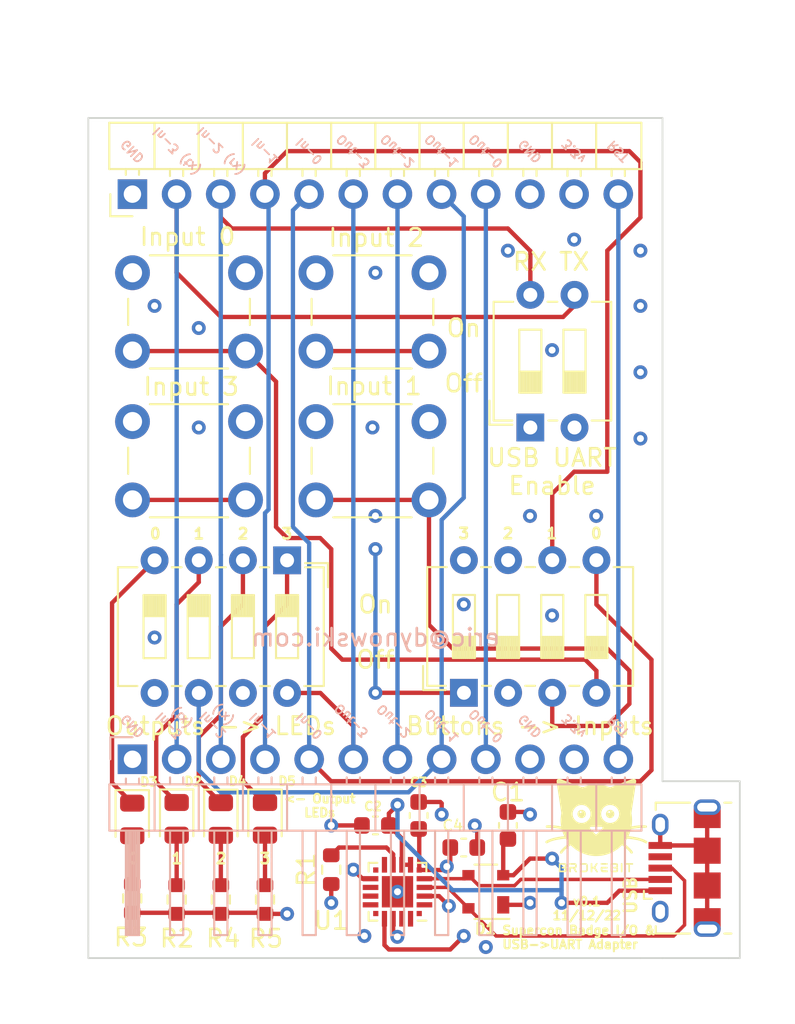
<source format=kicad_pcb>
(kicad_pcb (version 20211014) (generator pcbnew)
  (layers (0 "F.Cu" signal "F-Signal.Cu") (1 "In1.Cu" signal "In1-GND.Cu") (2 "In2.Cu" signal "In2-Signal.Cu") (3 "In3.Cu" signal "In3-PWR.Cu") (4 "In4.Cu" signal "In4-GND.Cu") (31 "B.Cu" signal "B-Signal.Cu") (34 "B.Paste" user) (35 "F.Paste" user) (36 "B.SilkS" user "B.Silkscreen") (37 "F.SilkS" user "F.Silkscreen") (38 "B.Mask" user) (39 "F.Mask" user) (44 "Edge.Cuts" user))
  (net 0 "")
  (net 1 "VBUS")
  (net 2 "GND")
  (net 3 "+3.3V")
  (net 4 "/D+")
  (net 5 "Net-(D2-Pad2)")
  (net 6 "Net-(D4-Pad2)")
  (net 7 "Net-(D5-Pad2)")
  (net 8 "/TXD")
  (net 9 "/RXD")
  (net 10 "/In-2 {slash} RX")
  (net 11 "/In-3 {slash} TX")
  (net 12 "/Out-0")
  (net 13 "/Out-1")
  (net 14 "/Out-2")
  (net 15 "/Out-3")
  (net 16 "/In-0")
  (net 17 "/In-1")
  (net 18 "Net-(D2-Pad1)")
  (net 19 "/Reset")
  (net 20 "Net-(R1-Pad2)")
  (net 31 "/D-")
  (net 32 "Net-(D3-Pad1)")
  (net 33 "Net-(D3-Pad2)")
  (net 34 "Net-(D4-Pad1)")
  (net 35 "Net-(D5-Pad1)")
  (net 36 "Net-(SW2-Pad2)")
  (net 37 "Net-(SW3-Pad2)")
  (net 38 "Net-(SW4-Pad2)")
  (net 39 "Net-(SW6-Pad2)")
  (footprint "Button_Switch_THT:SW_PUSH_6mm" (layer "F.Cu") (at 74.05 55.88)
    (fp_text reference "SW2" hide)
    (fp_text value "SW_Push")
    (pad "1" thru_hole circle (at 0 0 90) (size 2 2) (drill 1.1) (layers *.Cu *.Mask) (net 3 "+3.3V"))
    (pad "1" thru_hole circle (at 6.5 0 90) (size 2 2) (drill 1.1) (layers *.Cu *.Mask) (net 3 "+3.3V"))
    (pad "2" thru_hole circle (at 6.5 4.5 90) (size 2 2) (drill 1.1) (layers *.Cu *.Mask) (net 36 "Net-(SW2-Pad2)"))
    (pad "2" thru_hole circle (at 0 4.5 90) (size 2 2) (drill 1.1) (layers *.Cu *.Mask) (net 36 "Net-(SW2-Pad2)"))
  )
  (footprint "Capacitor_SMD:C_0603_1608Metric" (layer "F.Cu") (at 79.955557 87.057003 90)
    (fp_text reference "C3" (at 1.905 0 180) (layer "F.SilkS") (effects (font (size 0.5 0.5) (thickness 0.125))))
    (fp_text value "C")
    (pad "1" smd roundrect (at -0.775 0 90) (size 0.9 0.95) (layers "F.Cu" "F.Paste" "F.Mask") (net 3 "+3.3V"))
    (pad "2" smd roundrect (at 0.775 0 90) (size 0.9 0.95) (layers "F.Cu" "F.Paste" "F.Mask") (net 2 "GND"))
  )
  (footprint "LED_SMD:LED_0805_2012Metric" (layer "F.Cu") (at 66.04 87.25 -90)
    (fp_text reference "D2" (at -2.145604 -0.945596 180) (layer "F.SilkS") (effects (font (size 0.5 0.5) (thickness 0.125))))
    (fp_text value "LED")
    (pad "1" smd roundrect (at -0.9375 0 270) (size 0.975 1.4) (layers "F.Cu" "F.Paste" "F.Mask") (net 18 "Net-(D2-Pad1)"))
    (pad "2" smd roundrect (at 0.9375 0 270) (size 0.975 1.4) (layers "F.Cu" "F.Paste" "F.Mask") (net 5 "Net-(D2-Pad2)"))
  )
  (footprint "Resistor_SMD:R_0603_1608Metric" (layer "F.Cu") (at 63.485603 91.821873 90)
    (fp_text reference "R3" (at -2.23278 -0.074407 180) (layer "F.SilkS"))
    (fp_text value "R_US")
    (pad "1" smd roundrect (at -0.825 0 90) (size 0.8 0.95) (layers "F.Cu" "F.Paste" "F.Mask") (net 2 "GND"))
    (pad "2" smd roundrect (at 0.825 0 90) (size 0.8 0.95) (layers "F.Cu" "F.Paste" "F.Mask") (net 33 "Net-(D3-Pad2)"))
  )
  (footprint "LOGO" (layer "F.Cu") (at 90.17 87.63)
    (fp_text reference "G***" hide)
    (fp_text value "LOGO" hide)
  )
  (footprint "Package_TO_SOT_SMD:SOT-143" (layer "F.Cu") (at 83.82 91.44 180)
    (fp_text reference "D1" (at 0.023227 -2.133413) (layer "F.SilkS") (effects (font (size 0.6 0.6))))
    (fp_text value "SP0503BAHT")
    (pad "1" smd rect (at -1 -0.75 180) (size 0.7 1) (layers "F.Cu" "F.Paste" "F.Mask") (net 2 "GND"))
    (pad "2" smd rect (at -1 0.95 180) (size 0.7 0.6) (layers "F.Cu" "F.Paste" "F.Mask") (net 1 "VBUS"))
    (pad "3" smd rect (at 1 0.95 180) (size 0.7 0.6) (layers "F.Cu" "F.Paste" "F.Mask") (net 31 "/D-"))
    (pad "4" smd rect (at 1 -0.95 180) (size 0.7 0.6) (layers "F.Cu" "F.Paste" "F.Mask") (net 4 "/D+"))
  )
  (footprint "Button_Switch_THT:SW_DIP_SPSTx04_Slide_6.7x11.72mm_W7.62mm_P2.54mm_LowProfile" (layer "F.Cu") (at 82.56 80.01 90)
    (fp_text reference "SW7" hide)
    (fp_text value "SW_DIP_x04")
    (pad "1" thru_hole rect (at 0 0 90) (size 1.6 1.6) (drill 0.8) (layers *.Cu *.Mask) (net 38 "Net-(SW4-Pad2)"))
    (pad "2" thru_hole oval (at 0 2.54 90) (size 1.6 1.6) (drill 0.8) (layers *.Cu *.Mask) (net 36 "Net-(SW2-Pad2)"))
    (pad "3" thru_hole oval (at 0 5.08 90) (size 1.6 1.6) (drill 0.8) (layers *.Cu *.Mask) (net 39 "Net-(SW6-Pad2)"))
    (pad "4" thru_hole oval (at 0 7.62 90) (size 1.6 1.6) (drill 0.8) (layers *.Cu *.Mask) (net 37 "Net-(SW3-Pad2)"))
    (pad "5" thru_hole oval (at 7.62 7.62 90) (size 1.6 1.6) (drill 0.8) (layers *.Cu *.Mask) (net 16 "/In-0"))
    (pad "6" thru_hole oval (at 7.62 5.08 90) (size 1.6 1.6) (drill 0.8) (layers *.Cu *.Mask) (net 17 "/In-1"))
    (pad "7" thru_hole oval (at 7.62 2.54 90) (size 1.6 1.6) (drill 0.8) (layers *.Cu *.Mask) (net 10 "/In-2 {slash} RX"))
    (pad "8" thru_hole oval (at 7.62 0 90) (size 1.6 1.6) (drill 0.8) (layers *.Cu *.Mask) (net 11 "/In-3 {slash} TX"))
  )
  (footprint "Connector_USB:USB_Micro-B_Amphenol_10118194_Horizontal" (layer "F.Cu") (at 95.25 90.081298 90)
    (fp_text reference "J1" hide)
    (fp_text value "USB_B_Micro")
    (pad "1" smd rect (at -1.3 -1.4 90) (size 0.4 1.35) (layers "F.Cu" "F.Paste" "F.Mask") (net 1 "VBUS"))
    (pad "2" smd rect (at -0.65 -1.4 90) (size 0.4 1.35) (layers "F.Cu" "F.Paste" "F.Mask") (net 31 "/D-"))
    (pad "3" smd rect (at 0 -1.4 90) (size 0.4 1.35) (layers "F.Cu" "F.Paste" "F.Mask") (net 4 "/D+"))
    (pad "4" smd rect (at 0.65 -1.4 90) (size 0.4 1.35) (layers "F.Cu" "F.Paste" "F.Mask"))
    (pad "5" smd rect (at 1.3 -1.4 90) (size 0.4 1.35) (layers "F.Cu" "F.Paste" "F.Mask") (net 2 "GND"))
    (pad "6" smd rect (at 2.9 1.3 90) (size 1.2 1.55) (layers "F.Cu" "F.Paste" "F.Mask") (net 2 "GND"))
    (pad "6" thru_hole oval (at 3.5 1.3 90) (size 0.89 1.55) (drill oval 0.5 1.15) (layers *.Cu *.Mask) (net 2 "GND"))
    (pad "6" thru_hole oval (at -2.5 -1.4 90) (size 1.25 0.95) (drill oval 0.85 0.55) (layers *.Cu *.Mask) (net 2 "GND"))
    (pad "6" smd rect (at 1 1.3 90) (size 1.5 1.55) (layers "F.Cu" "F.Paste" "F.Mask") (net 2 "GND"))
    (pad "6" smd rect (at -2.9 1.3 90) (size 1.2 1.55) (layers "F.Cu" "F.Paste" "F.Mask") (net 2 "GND"))
    (pad "6" thru_hole oval (at 2.5 -1.4 90) (size 1.25 0.95) (drill oval 0.85 0.55) (layers *.Cu *.Mask) (net 2 "GND"))
    (pad "6" smd rect (at -1 1.3 90) (size 1.5 1.55) (layers "F.Cu" "F.Paste" "F.Mask") (net 2 "GND"))
    (pad "6" thru_hole oval (at -3.5 1.3 90) (size 0.89 1.55) (drill oval 0.5 1.15) (layers *.Cu *.Mask) (net 2 "GND"))
  )
  (footprint "Button_Switch_THT:SW_DIP_SPSTx02_Slide_6.7x6.64mm_W7.62mm_P2.54mm_LowProfile" (layer "F.Cu") (at 86.38 64.77 90)
    (fp_text reference "SW1" hide)
    (fp_text value "SW_DIP_x02")
    (pad "1" thru_hole rect (at 0 0 90) (size 1.6 1.6) (drill 0.8) (layers *.Cu *.Mask) (net 8 "/TXD"))
    (pad "2" thru_hole oval (at 0 2.54 90) (size 1.6 1.6) (drill 0.8) (layers *.Cu *.Mask) (net 9 "/RXD"))
    (pad "3" thru_hole oval (at 7.62 2.54 90) (size 1.6 1.6) (drill 0.8) (layers *.Cu *.Mask) (net 11 "/In-3 {slash} TX"))
    (pad "4" thru_hole oval (at 7.62 0 90) (size 1.6 1.6) (drill 0.8) (layers *.Cu *.Mask) (net 10 "/In-2 {slash} RX"))
  )
  (footprint "Resistor_SMD:R_0603_1608Metric" (layer "F.Cu") (at 71.12 91.885 90)
    (fp_text reference "R5" (at -2.243322 0.053322 180) (layer "F.SilkS"))
    (fp_text value "R_US")
    (pad "1" smd roundrect (at -0.825 0 90) (size 0.8 0.95) (layers "F.Cu" "F.Paste" "F.Mask") (net 2 "GND"))
    (pad "2" smd roundrect (at 0.825 0 90) (size 0.8 0.95) (layers "F.Cu" "F.Paste" "F.Mask") (net 7 "Net-(D5-Pad2)"))
  )
  (footprint "Resistor_SMD:R_0603_1608Metric" (layer "F.Cu") (at 68.58 91.885 90)
    (fp_text reference "R4" (at -2.23278 0.137045 180) (layer "F.SilkS"))
    (fp_text value "R_US")
    (pad "1" smd roundrect (at -0.825 0 90) (size 0.8 0.95) (layers "F.Cu" "F.Paste" "F.Mask") (net 2 "GND"))
    (pad "2" smd roundrect (at 0.825 0 90) (size 0.8 0.95) (layers "F.Cu" "F.Paste" "F.Mask") (net 6 "Net-(D4-Pad2)"))
  )
  (footprint "Capacitor_SMD:C_0603_1608Metric" (layer "F.Cu") (at 85.09 87.63 90)
    (fp_text reference "C1" (at 1.905 0) (layer "F.SilkS"))
    (fp_text value "C")
    (pad "1" smd roundrect (at -0.775 0 90) (size 0.9 0.95) (layers "F.Cu" "F.Paste" "F.Mask") (net 1 "VBUS"))
    (pad "2" smd roundrect (at 0.775 0 90) (size 0.9 0.95) (layers "F.Cu" "F.Paste" "F.Mask") (net 2 "GND"))
  )
  (footprint "Capacitor_SMD:C_0603_1608Metric" (layer "F.Cu") (at 82.55 88.9)
    (fp_text reference "C4" (at -0.635 -1.27 180) (layer "F.SilkS") (effects (font (size 0.6 0.6) (thickness 0.1))))
    (fp_text value "C")
    (pad "1" smd roundrect (at -0.775 0) (size 0.9 0.95) (layers "F.Cu" "F.Paste" "F.Mask") (net 3 "+3.3V"))
    (pad "2" smd roundrect (at 0.775 0) (size 0.9 0.95) (layers "F.Cu" "F.Paste" "F.Mask") (net 2 "GND"))
  )
  (footprint "Button_Switch_THT:SW_PUSH_6mm" (layer "F.Cu") (at 63.5 64.43)
    (fp_text reference "SW4" hide)
    (fp_text value "SW_Push")
    (pad "1" thru_hole circle (at 6.5 0 90) (size 2 2) (drill 1.1) (layers *.Cu *.Mask) (net 3 "+3.3V"))
    (pad "1" thru_hole circle (at 0 0 90) (size 2 2) (drill 1.1) (layers *.Cu *.Mask) (net 3 "+3.3V"))
    (pad "2" thru_hole circle (at 0 4.5 90) (size 2 2) (drill 1.1) (layers *.Cu *.Mask) (net 38 "Net-(SW4-Pad2)"))
    (pad "2" thru_hole circle (at 6.5 4.5 90) (size 2 2) (drill 1.1) (layers *.Cu *.Mask) (net 38 "Net-(SW4-Pad2)"))
  )
  (footprint "Button_Switch_THT:SW_PUSH_6mm" (layer "F.Cu") (at 63.5 55.88)
    (fp_text reference "SW3" hide)
    (fp_text value "SW_Push")
    (pad "1" thru_hole circle (at 6.5 0 90) (size 2 2) (drill 1.1) (layers *.Cu *.Mask) (net 3 "+3.3V"))
    (pad "1" thru_hole circle (at 0 0 90) (size 2 2) (drill 1.1) (layers *.Cu *.Mask) (net 3 "+3.3V"))
    (pad "2" thru_hole circle (at 0 4.5 90) (size 2 2) (drill 1.1) (layers *.Cu *.Mask) (net 37 "Net-(SW3-Pad2)"))
    (pad "2" thru_hole circle (at 6.5 4.5 90) (size 2 2) (drill 1.1) (layers *.Cu *.Mask) (net 37 "Net-(SW3-Pad2)"))
  )
  (footprint "LED_SMD:LED_0805_2012Metric" (layer "F.Cu") (at 71.12 87.25 -90)
    (fp_text reference "D5" (at -2.16 -1.27 180) (layer "F.SilkS") (effects (font (size 0.5 0.5) (thickness 0.125))))
    (fp_text value "LED")
    (pad "1" smd roundrect (at -0.9375 0 270) (size 0.975 1.4) (layers "F.Cu" "F.Paste" "F.Mask") (net 35 "Net-(D5-Pad1)"))
    (pad "2" smd roundrect (at 0.9375 0 270) (size 0.975 1.4) (layers "F.Cu" "F.Paste" "F.Mask") (net 7 "Net-(D5-Pad2)"))
  )
  (footprint "Package_DFN_QFN:SiliconLabs_QFN-20-1EP_3x3mm_P0.5mm_EP1.8x1.8mm" (layer "F.Cu") (at 78.74 91.44 180)
    (fp_text reference "U1" (at 3.81 -1.66) (layer "F.SilkS"))
    (fp_text value "CP2102N-Axx-xQFN20")
    (pad "1" smd rect (at -1.25 -1.25 180) (size 0.3 0.3) (layers "F.Cu" "F.Paste" "F.Mask"))
    (pad "2" smd rect (at -1.55 -0.75 180) (size 0.9 0.3) (layers "F.Cu" "F.Paste" "F.Mask"))
    (pad "3" smd rect (at -1.55 -0.25 180) (size 0.9 0.3) (layers "F.Cu" "F.Paste" "F.Mask") (net 2 "GND"))
    (pad "4" smd rect (at -1.55 0.25 180) (size 0.9 0.3) (layers "F.Cu" "F.Paste" "F.Mask") (net 4 "/D+"))
    (pad "5" smd rect (at -1.55 0.75 180) (size 0.9 0.3) (layers "F.Cu" "F.Paste" "F.Mask") (net 31 "/D-"))
    (pad "6" smd rect (at -1.25 1.25 180) (size 0.3 0.3) (layers "F.Cu" "F.Paste" "F.Mask") (net 3 "+3.3V"))
    (pad "7" smd rect (at -0.75 1.55 270) (size 0.9 0.3) (layers "F.Cu" "F.Paste" "F.Mask") (net 1 "VBUS"))
    (pad "8" smd rect (at -0.25 1.55 270) (size 0.9 0.3) (layers "F.Cu" "F.Paste" "F.Mask") (net 1 "VBUS"))
    (pad "9" smd rect (at 0.25 1.55 270) (size 0.9 0.3) (layers "F.Cu" "F.Paste" "F.Mask") (net 20 "Net-(R1-Pad2)"))
    (pad "10" smd rect (at 0.75 1.55 270) (size 0.9 0.3) (layers "F.Cu" "F.Paste" "F.Mask"))
    (pad "11" smd rect (at 1.25 1.25 180) (size 0.3 0.3) (layers "F.Cu" "F.Paste" "F.Mask"))
    (pad "12" smd rect (at 1.55 0.75 180) (size 0.9 0.3) (layers "F.Cu" "F.Paste" "F.Mask") (net 2 "GND"))
    (pad "13" smd rect (at 1.55 0.25 180) (size 0.9 0.3) (layers "F.Cu" "F.Paste" "F.Mask"))
    (pad "14" smd rect (at 1.55 -0.25 180) (size 0.9 0.3) (layers "F.Cu" "F.Paste" "F.Mask"))
    (pad "15" smd rect (at 1.55 -0.75 180) (size 0.9 0.3) (layers "F.Cu" "F.Paste" "F.Mask"))
    (pad "16" smd rect (at 1.25 -1.25 180) (size 0.3 0.3) (layers "F.Cu" "F.Paste" "F.Mask"))
    (pad "17" smd rect (at 0.75 -1.55 270) (size 0.9 0.3) (layers "F.Cu" "F.Paste" "F.Mask") (net 9 "/RXD"))
    (pad "18" smd rect (at 0.25 -1.55 270) (size 0.9 0.3) (layers "F.Cu" "F.Paste" "F.Mask") (net 8 "/TXD"))
    (pad "19" smd rect (at -0.25 -1.55 270) (size 0.9 0.3) (layers "F.Cu" "F.Paste" "F.Mask"))
    (pad "20" smd rect (at -0.75 -1.55 270) (size 0.9 0.3) (layers "F.Cu" "F.Paste" "F.Mask"))
    (pad "21" smd rect (at 0 0 180) (size 1.8 1.8) (layers "F.Cu" "F.Mask") (net 2 "GND"))
  )
  (footprint "Resistor_SMD:R_0603_1608Metric" (layer "F.Cu") (at 66.04 91.885 90)
    (fp_text reference "R2" (at -2.23278 0.019859 180) (layer "F.SilkS"))
    (fp_text value "R_US")
    (pad "1" smd roundrect (at -0.825 0 90) (size 0.8 0.95) (layers "F.Cu" "F.Paste" "F.Mask") (net 2 "GND"))
    (pad "2" smd roundrect (at 0.825 0 90) (size 0.8 0.95) (layers "F.Cu" "F.Paste" "F.Mask") (net 5 "Net-(D2-Pad2)"))
  )
  (footprint "LED_SMD:LED_0805_2012Metric" (layer "F.Cu") (at 68.58 87.260268 -90)
    (fp_text reference "D4" (at -2.170268 -0.96 180) (layer "F.SilkS") (effects (font (size 0.5 0.5) (thickness 0.125))))
    (fp_text value "LED")
    (pad "1" smd roundrect (at -0.9375 0 270) (size 0.975 1.4) (layers "F.Cu" "F.Paste" "F.Mask") (net 34 "Net-(D4-Pad1)"))
    (pad "2" smd roundrect (at 0.9375 0 270) (size 0.975 1.4) (layers "F.Cu" "F.Paste" "F.Mask") (net 6 "Net-(D4-Pad2)"))
  )
  (footprint "Resistor_SMD:R_0603_1608Metric" (layer "F.Cu") (at 74.93 90.17 90)
    (fp_text reference "R1" (at 0 -1.43 90) (layer "F.SilkS"))
    (fp_text value "R_US")
    (pad "1" smd roundrect (at -0.825 0 90) (size 0.8 0.95) (layers "F.Cu" "F.Paste" "F.Mask") (net 3 "+3.3V"))
    (pad "2" smd roundrect (at 0.825 0 90) (size 0.8 0.95) (layers "F.Cu" "F.Paste" "F.Mask") (net 20 "Net-(R1-Pad2)"))
  )
  (footprint "Capacitor_SMD:C_0603_1608Metric" (layer "F.Cu") (at 77.47 87.63 180)
    (fp_text reference "C2" (at 0.14058 1.092099) (layer "F.SilkS") (effects (font (size 0.5 0.5) (thickness 0.125))))
    (fp_text value "C")
    (pad "1" smd roundrect (at -0.775 0 180) (size 0.9 0.95) (layers "F.Cu" "F.Paste" "F.Mask") (net 1 "VBUS"))
    (pad "2" smd roundrect (at 0.775 0 180) (size 0.9 0.95) (layers "F.Cu" "F.Paste" "F.Mask") (net 2 "GND"))
  )
  (footprint "Button_Switch_THT:SW_PUSH_6mm" (layer "F.Cu") (at 74.05 64.43)
    (fp_text reference "SW6" hide)
    (fp_text value "SW_Push")
    (pad "1" thru_hole circle (at 0 0 90) (size 2 2) (drill 1.1) (layers *.Cu *.Mask) (net 3 "+3.3V"))
    (pad "1" thru_hole circle (at 6.5 0 90) (size 2 2) (drill 1.1) (layers *.Cu *.Mask) (net 3 "+3.3V"))
    (pad "2" thru_hole circle (at 6.5 4.5 90) (size 2 2) (drill 1.1) (layers *.Cu *.Mask) (net 39 "Net-(SW6-Pad2)"))
    (pad "2" thru_hole circle (at 0 4.5 90) (size 2 2) (drill 1.1) (layers *.Cu *.Mask) (net 39 "Net-(SW6-Pad2)"))
  )
  (footprint "Button_Switch_THT:SW_DIP_SPSTx04_Slide_6.7x11.72mm_W7.62mm_P2.54mm_LowProfile" (layer "F.Cu") (at 72.39 72.4 -90)
    (fp_text reference "SW5" hide)
    (fp_text value "SW_DIP_x04")
    (pad "1" thru_hole rect (at 0 0 270) (size 1.6 1.6) (drill 0.8) (layers *.Cu *.Mask) (net 35 "Net-(D5-Pad1)"))
    (pad "2" thru_hole oval (at 0 2.54 270) (size 1.6 1.6) (drill 0.8) (layers *.Cu *.Mask) (net 34 "Net-(D4-Pad1)"))
    (pad "3" thru_hole oval (at 0 5.08 270) (size 1.6 1.6) (drill 0.8) (layers *.Cu *.Mask) (net 18 "Net-(D2-Pad1)"))
    (pad "4" thru_hole oval (at 0 7.62 270) (size 1.6 1.6) (drill 0.8) (layers *.Cu *.Mask) (net 32 "Net-(D3-Pad1)"))
    (pad "5" thru_hole oval (at 7.62 7.62 270) (size 1.6 1.6) (drill 0.8) (layers *.Cu *.Mask) (net 12 "/Out-0"))
    (pad "6" thru_hole oval (at 7.62 5.08 270) (size 1.6 1.6) (drill 0.8) (layers *.Cu *.Mask) (net 13 "/Out-1"))
    (pad "7" thru_hole oval (at 7.62 2.54 270) (size 1.6 1.6) (drill 0.8) (layers *.Cu *.Mask) (net 14 "/Out-2"))
    (pad "8" thru_hole oval (at 7.62 0 270) (size 1.6 1.6) (drill 0.8) (layers *.Cu *.Mask) (net 15 "/Out-3"))
  )
  (footprint "Connector_PinHeader_2.54mm:PinHeader_1x12_P2.54mm_Horizontal" (layer "F.Cu") (at 63.495 51.365 90)
    (fp_text reference "J4" hide)
    (fp_text value "Conn_01x12_Male")
    (pad "1" thru_hole rect (at 0 0 90) (size 1.7 1.7) (drill 1) (layers *.Cu *.Mask) (net 2 "GND"))
    (pad "2" thru_hole oval (at 0 2.54 90) (size 1.7 1.7) (drill 1) (layers *.Cu *.Mask) (net 11 "/In-3 {slash} TX"))
    (pad "3" thru_hole oval (at 0 5.08 90) (size 1.7 1.7) (drill 1) (layers *.Cu *.Mask) (net 10 "/In-2 {slash} RX"))
    (pad "4" thru_hole oval (at 0 7.62 90) (size 1.7 1.7) (drill 1) (layers *.Cu *.Mask) (net 17 "/In-1"))
    (pad "5" thru_hole oval (at 0 10.16 90) (size 1.7 1.7) (drill 1) (layers *.Cu *.Mask) (net 16 "/In-0"))
    (pad "6" thru_hole oval (at 0 12.7 90) (size 1.7 1.7) (drill 1) (layers *.Cu *.Mask) (net 15 "/Out-3"))
    (pad "7" thru_hole oval (at 0 15.24 90) (size 1.7 1.7) (drill 1) (layers *.Cu *.Mask) (net 14 "/Out-2"))
    (pad "8" thru_hole oval (at 0 17.78 90) (size 1.7 1.7) (drill 1) (layers *.Cu *.Mask) (net 13 "/Out-1"))
    (pad "9" thru_hole oval (at 0 20.32 90) (size 1.7 1.7) (drill 1) (layers *.Cu *.Mask) (net 12 "/Out-0"))
    (pad "10" thru_hole oval (at 0 22.86 90) (size 1.7 1.7) (drill 1) (layers *.Cu *.Mask) (net 2 "GND"))
    (pad "11" thru_hole oval (at 0 25.4 90) (size 1.7 1.7) (drill 1) (layers *.Cu *.Mask) (net 3 "+3.3V"))
    (pad "12" thru_hole oval (at 0 27.94 90) (size 1.7 1.7) (drill 1) (layers *.Cu *.Mask) (net 19 "/Reset"))
  )
  (footprint "LED_SMD:LED_0805_2012Metric" (layer "F.Cu") (at 63.485603 87.286007 -90)
    (fp_text reference "D3" (at -2.16 -0.96 180) (layer "F.SilkS") (effects (font (size 0.5 0.5) (thickness 0.125))))
    (fp_text value "LED")
    (pad "1" smd roundrect (at -0.9375 0 270) (size 0.975 1.4) (layers "F.Cu" "F.Paste" "F.Mask") (net 32 "Net-(D3-Pad1)"))
    (pad "2" smd roundrect (at 0.9375 0 270) (size 0.975 1.4) (layers "F.Cu" "F.Paste" "F.Mask") (net 33 "Net-(D3-Pad2)"))
  )
  (footprint "Connector_PinHeader_2.54mm:PinHeader_1x12_P2.54mm_Horizontal" (layer "B.Cu") (at 63.5 83.83 -90)
    (fp_text reference "J5" hide)
    (fp_text value "Conn_01x12_Female")
    (pad "1" thru_hole rect (at 0 0 270) (size 1.7 1.7) (drill 1) (layers *.Cu *.Mask) (net 2 "GND"))
    (pad "2" thru_hole oval (at 0 -2.54 270) (size 1.7 1.7) (drill 1) (layers *.Cu *.Mask) (net 11 "/In-3 {slash} TX"))
    (pad "3" thru_hole oval (at 0 -5.08 270) (size 1.7 1.7) (drill 1) (layers *.Cu *.Mask) (net 10 "/In-2 {slash} RX"))
    (pad "4" thru_hole oval (at 0 -7.62 270) (size 1.7 1.7) (drill 1) (layers *.Cu *.Mask) (net 17 "/In-1"))
    (pad "5" thru_hole oval (at 0 -10.16 270) (size 1.7 1.7) (drill 1) (layers *.Cu *.Mask) (net 16 "/In-0"))
    (pad "6" thru_hole oval (at 0 -12.7 270) (size 1.7 1.7) (drill 1) (layers *.Cu *.Mask) (net 15 "/Out-3"))
    (pad "7" thru_hole oval (at 0 -15.24 270) (size 1.7 1.7) (drill 1) (layers *.Cu *.Mask) (net 14 "/Out-2"))
    (pad "8" thru_hole oval (at 0 -17.78 270) (size 1.7 1.7) (drill 1) (layers *.Cu *.Mask) (net 13 "/Out-1"))
    (pad "9" thru_hole oval (at 0 -20.32 270) (size 1.7 1.7) (drill 1) (layers *.Cu *.Mask) (net 12 "/Out-0"))
    (pad "10" thru_hole oval (at 0 -22.86 270) (size 1.7 1.7) (drill 1) (layers *.Cu *.Mask) (net 2 "GND"))
    (pad "11" thru_hole oval (at 0 -25.4 270) (size 1.7 1.7) (drill 1) (layers *.Cu *.Mask) (net 3 "+3.3V"))
    (pad "12" thru_hole oval (at 0 -27.94 270) (size 1.7 1.7) (drill 1) (layers *.Cu *.Mask) (net 19 "/Reset"))
  )
  (gr_line (start 92.71 95.25) (end 93.98 95.25) (layer "Edge.Cuts") (width 0.1))
  (gr_line (start 97.79 95.25) (end 98.425 95.25) (layer "Edge.Cuts") (width 0.1))
  (gr_line (start 98.425 95.25) (end 98.425 85.09) (layer "Edge.Cuts") (width 0.1))
  (gr_line (start 93.98 85.09) (end 93.98 48.26) (layer "Edge.Cuts") (width 0.1))
  (gr_line (start 60.96 95.25) (end 60.96 93.98) (layer "Edge.Cuts") (width 0.1))
  (gr_line (start 93.98 48.26) (end 93.98 46.99) (layer "Edge.Cuts") (width 0.1))
  (gr_line (start 60.96 46.99) (end 60.96 93.98) (layer "Edge.Cuts") (width 0.1))
  (gr_line (start 98.425 85.09) (end 93.98 85.09) (layer "Edge.Cuts") (width 0.1))
  (gr_line (start 93.98 46.99) (end 60.96 46.99) (layer "Edge.Cuts") (width 0.1))
  (gr_line (start 93.98 95.25) (end 97.79 95.25) (layer "Edge.Cuts") (width 0.1))
  (gr_line (start 60.96 95.25) (end 92.71 95.25) (layer "Edge.Cuts") (width 0.1))
  (gr_text "3.3v" (at 88.9 81.915 135) (layer "B.SilkS") (effects (font (size 0.5 0.5) (thickness 0.1)) (justify mirror)))
  (gr_text "In-3 \n(tx)" (at 66.020317 81.742533 135) (layer "B.SilkS") (effects (font (size 0.5 0.5) (thickness 0.1)) (justify mirror)))
  (gr_text "RST\n" (at 91.44 81.915 135) (layer "B.SilkS") (effects (font (size 0.5 0.5) (thickness 0.1)) (justify mirror)))
  (gr_text "GND" (at 86.36 81.915 135) (layer "B.SilkS") (effects (font (size 0.5 0.5) (thickness 0.1)) (justify mirror)))
  (gr_text "GND" (at 63.5 48.895 135) (layer "B.SilkS") (effects (font (size 0.5 0.5) (thickness 0.1)) (justify mirror)))
  (gr_text "Out-3" (at 76.090216 81.600971 135) (layer "B.SilkS") (effects (font (size 0.5 0.5) (thickness 0.1)) (justify mirror)))
  (gr_text "Out-0" (at 83.82 48.895 135) (layer "B.SilkS") (effects (font (size 0.5 0.5) (thickness 0.1)) (justify mirror)))
  (gr_text "3.3v" (at 88.9 48.895 135) (layer "B.SilkS") (effects (font (size 0.5 0.5) (thickness 0.1)) (justify mirror)))
  (gr_text "eric@dynowski.com" (at 77.47 76.835) (layer "B.SilkS") (effects (font (size 1 1)) (justify mirror)))
  (gr_text "Out-1" (at 81.28 81.915 135) (layer "B.SilkS") (effects (font (size 0.5 0.5) (thickness 0.1)) (justify mirror)))
  (gr_text "In-2 (rx)" (at 68.58 48.895 135) (layer "B.SilkS") (effects (font (size 0.5 0.5) (thickness 0.1)) (justify mirror)))
  (gr_text "RST\n" (at 91.44 48.895 135) (layer "B.SilkS") (effects (font (size 0.5 0.5) (thickness 0.1)) (justify mirror)))
  (gr_text "Out-2" (at 78.527229 81.63612 135) (layer "B.SilkS") (effects (font (size 0.5 0.5) (thickness 0.1)) (justify mirror)))
  (gr_text "Out-3" (at 76.2 48.895 135) (layer "B.SilkS") (effects (font (size 0.5 0.5) (thickness 0.1)) (justify mirror)))
  (gr_text "GND" (at 86.36 48.895 135) (layer "B.SilkS") (effects (font (size 0.5 0.5) (thickness 0.1)) (justify mirror)))
  (gr_text "In-0" (at 73.66 48.895 135) (layer "B.SilkS") (effects (font (size 0.5 0.5) (thickness 0.1)) (justify mirror)))
  (gr_text "Out-0" (at 83.82 81.915 135) (layer "B.SilkS") (effects (font (size 0.5 0.5) (thickness 0.1)) (justify mirror)))
  (gr_text "In-1" (at 71.12 48.895 135) (layer "B.SilkS") (effects (font (size 0.5 0.5) (thickness 0.1)) (justify mirror)))
  (gr_text "GND" (at 63.5 81.915 135) (layer "B.SilkS") (effects (font (size 0.5 0.5) (thickness 0.1)) (justify mirror)))
  (gr_text "In-1\n" (at 70.993579 81.915 135) (layer "B.SilkS") (effects (font (size 0.5 0.5) (thickness 0.1)) (justify mirror)))
  (gr_text "In-0" (at 73.66 81.915 135) (layer "B.SilkS") (effects (font (size 0.5 0.5) (thickness 0.1)) (justify mirror)))
  (gr_text "In-3 (tx)" (at 66.04 48.895 135) (layer "B.SilkS") (effects (font (size 0.5 0.5) (thickness 0.1)) (justify mirror)))
  (gr_text "In-2\n(rx)" (at 68.404253 81.565821 135) (layer "B.SilkS") (effects (font (size 0.5 0.5) (thickness 0.1)) (justify mirror)))
  (gr_text "Out-1" (at 81.28 48.895 135) (layer "B.SilkS") (effects (font (size 0.5 0.5) (thickness 0.1)) (justify mirror)))
  (gr_text "Out-2" (at 78.74 48.895 135) (layer "B.SilkS") (effects (font (size 0.5 0.5) (thickness 0.1)) (justify mirror)))
  (gr_text "3" (at 72.382552 70.873389) (layer "F.SilkS") (effects (font (size 0.6 0.6))))
  (gr_text "Input 0" (at 66.665677 53.814356) (layer "F.SilkS") (effects (font (size 1 1))))
  (gr_text "3" (at 82.553187 70.860012) (layer "F.SilkS") (effects (font (size 0.6 0.6))))
  (gr_text "Input 3" (at 66.877537 62.421205) (layer "F.SilkS") (effects (font (size 1 1))))
  (gr_text "On" (at 77.47 74.93) (layer "F.SilkS") (effects (font (size 1 1))))
  (gr_text "Buttons -> Inputs" (at 86.36 81.915) (layer "F.SilkS") (effects (font (size 1 1))))
  (gr_text "Off" (at 82.55 62.23) (layer "F.SilkS") (effects (font (size 1 1))))
  (gr_text "3" (at 71.12 89.535) (layer "F.SilkS") (effects (font (size 0.6 0.6))))
  (gr_text "<- Output\nLEDs" (at 74.270491 86.493426) (layer "F.SilkS") (effects (font (size 0.5 0.5) (thickness 0.125))))
  (gr_text "Input 2" (at 77.523547 53.867321) (layer "F.SilkS") (effects (font (size 1 1))))
  (gr_text "1" (at 67.318322 70.873389) (layer "F.SilkS") (effects (font (size 0.6 0.6))))
  (gr_text "USB UART\nEnable" (at 87.63 67.31) (layer "F.SilkS") (effects (font (size 1 1))))
  (gr_text "Supercon Badge I/O & \nUSB->UART Adapter" (at 84.699424 94.061332) (layer "F.SilkS") (effects (font (size 0.5 0.5) (thickness 0.125)) (justify left)))
  (gr_text "2" (at 85.09348 70.860012) (layer "F.SilkS") (effects (font (size 0.6 0.6))))
  (gr_text "Outputs -> LEDs" (at 68.58 81.915) (layer "F.SilkS") (effects (font (size 1 1))))
  (gr_text "v0.1\n11/12/22" (at 89.627414 92.402405) (layer "F.SilkS") (effects (font (size 0.5 0.5) (thickness 0.125))))
  (gr_text "0" (at 63.549061 89.535) (layer "F.SilkS") (effects (font (size 0.6 0.6))))
  (gr_text "RX" (at 86.36 55.245) (layer "F.SilkS") (effects (font (size 1 1))))
  (gr_text "On" (at 82.55 59.055) (layer "F.SilkS") (effects (font (size 1 1))))
  (gr_text "2" (at 68.596354 89.535) (layer "F.SilkS") (effects (font (size 0.6 0.6))))
  (gr_text "1" (at 87.617797 70.860012) (layer "F.SilkS") (effects (font (size 0.6 0.6))))
  (gr_text "0" (at 64.811613 70.873389) (layer "F.SilkS") (effects (font (size 0.6 0.6))))
  (gr_text "USB" (at 92.1402 91.64613 90) (layer "F.SilkS") (effects (font (size 0.7 0.7))))
  (gr_text "1" (at 66.05577 89.535) (layer "F.SilkS") (effects (font (size 0.6 0.6))))
  (gr_text "Off" (at 77.47 78.105) (layer "F.SilkS") (effects (font (size 1 1))))
  (gr_text "TX" (at 88.9 55.245) (layer "F.SilkS") (effects (font (size 1 1))))
  (gr_text "0" (at 90.174067 70.860012) (layer "F.SilkS") (effects (font (size 0.6 0.6))))
  (gr_text "2" (at 69.858906 70.873389) (layer "F.SilkS") (effects (font (size 0.6 0.6))))
  (gr_text "Input 1" (at 77.391134 62.394722) (layer "F.SilkS") (effects (font (size 1 1))))
  (segment (start 88.175 92.075) (end 90.805 92.075) (width 0.25) (layer "F.Cu") (net 1))
  (segment (start 90.805 92.075) (end 91.498702 91.381298) (width 0.25) (layer "F.Cu") (net 1))
  (segment (start 84.82 90.49) (end 84.82 88.675) (width 0.25) (layer "F.Cu") (net 1))
  (segment (start 78.99 89.89) (end 78.99 88.375) (width 0.25) (layer "F.Cu") (net 1))
  (segment (start 86.36 89.535) (end 87.63 89.535) (width 0.25) (layer "F.Cu") (net 1))
  (segment (start 91.498702 91.381298) (end 93.85 91.381298) (width 0.25) (layer "F.Cu") (net 1))
  (segment (start 78.245 86.9445) (end 78.74 86.4495) (width 0.25) (layer "F.Cu") (net 1))
  (segment (start 84.82 88.675) (end 85.09 88.405) (width 0.25) (layer "F.Cu") (net 1))
  (segment (start 84.82 90.49) (end 85.405 90.49) (width 0.25) (layer "F.Cu") (net 1))
  (segment (start 85.405 90.49) (end 86.36 89.535) (width 0.25) (layer "F.Cu") (net 1))
  (segment (start 78.99 88.375) (end 78.245 87.63) (width 0.25) (layer "F.Cu") (net 1))
  (segment (start 78.99 89.89) (end 79.49 89.89) (width 0.25) (layer "F.Cu") (net 1))
  (segment (start 78.245 87.63) (end 78.245 86.9445) (width 0.25) (layer "F.Cu") (net 1))
  (via (at 87.63 89.535) (size 0.8) (drill 0.4) (layers "F.Cu" "B.Cu") (net 1))
  (via (at 78.74 86.4495) (size 0.8) (drill 0.4) (layers "F.Cu" "B.Cu") (net 1))
  (via (at 88.175 92.075) (size 0.8) (drill 0.4) (layers "F.Cu" "B.Cu") (net 1))
  (segment (start 78.74 88.180038) (end 81.909962 91.35) (width 0.25) (layer "B.Cu") (net 1))
  (segment (start 88.175 92.075) (end 88.175 91.35) (width 0.25) (layer "B.Cu") (net 1))
  (segment (start 88.175 90.08) (end 87.63 89.535) (width 0.25) (layer "B.Cu") (net 1))
  (segment (start 81.909962 91.35) (end 88.175 91.35) (width 0.25) (layer "B.Cu") (net 1))
  (segment (start 78.74 86.4495) (end 78.74 88.180038) (width 0.25) (layer "B.Cu") (net 1))
  (segment (start 88.175 91.35) (end 88.175 90.08) (width 0.25) (layer "B.Cu") (net 1))
  (segment (start 77.19 90.69) (end 76.72 90.69) (width 0.25) (layer "F.Cu") (net 2))
  (segment (start 76.695 87.63) (end 74.93 87.63) (width 0.25) (layer "F.Cu") (net 2))
  (segment (start 83.325 87.77) (end 83.185 87.63) (width 0.25) (layer "F.Cu") (net 2))
  (segment (start 71.12 92.71) (end 72.39 92.71) (width 0.25) (layer "F.Cu") (net 2))
  (segment (start 93.85 88.781298) (end 93.85 87.581298) (width 0.25) (layer "F.Cu") (net 2))
  (segment (start 71.056873 92.646873) (end 71.12 92.71) (width 0.25) (layer "F.Cu") (net 2))
  (segment (start 81.28 86.36) (end 81.28 86.995) (width 0.25) (layer "F.Cu") (net 2))
  (segment (start 96.55 89.081298) (end 96.55 91.081298) (width 0.25) (layer "F.Cu") (net 2))
  (segment (start 63.485603 92.646873) (end 71.056873 92.646873) (width 0.25) (layer "F.Cu") (net 2))
  (segment (start 96.55 91.081298) (end 96.55 92.981298) (width 0.25) (layer "F.Cu") (net 2))
  (segment (start 86.22 86.855) (end 86.36 86.995) (width 0.25) (layer "F.Cu") (net 2))
  (segment (start 96.25 88.781298) (end 96.55 89.081298) (width 0.25) (layer "F.Cu") (net 2))
  (segment (start 86.245 92.19) (end 86.36 92.075) (width 0.25) (layer "F.Cu") (net 2))
  (segment (start 81.130756 91.69) (end 81.695602 92.254846) (width 0.25) (layer "F.Cu") (net 2))
  (segment (start 79.955557 86.282003) (end 81.202003 86.282003) (width 0.25) (layer "F.Cu") (net 2))
  (segment (start 84.82 92.19) (end 86.245 92.19) (width 0.25) (layer "F.Cu") (net 2))
  (segment (start 81.202003 86.282003) (end 81.28 86.36) (width 0.25) (layer "F.Cu") (net 2))
  (segment (start 93.85 88.781298) (end 96.25 88.781298) (width 0.25) (layer "F.Cu") (net 2))
  (segment (start 85.09 86.855) (end 86.22 86.855) (width 0.25) (layer "F.Cu") (net 2))
  (segment (start 80.29 91.69) (end 81.130756 91.69) (width 0.25) (layer "F.Cu") (net 2))
  (segment (start 96.55 87.181298) (end 96.55 89.081298) (width 0.25) (layer "F.Cu") (net 2))
  (segment (start 76.72 90.69) (end 76.2 90.17) (width 0.25) (layer "F.Cu") (net 2))
  (segment (start 83.325 88.9) (end 83.325 87.77) (width 0.25) (layer "F.Cu") (net 2))
  (via (at 83.82 94.615) (size 0.8) (drill 0.4) (layers "F.Cu" "B.Cu") (net 2))
  (via (at 72.39 92.71) (size 0.8) (drill 0.4) (layers "F.Cu" "B.Cu") (net 2))
  (via (at 87.63 60.325) (size 0.8) (drill 0.4) (layers "F.Cu" "B.Cu") (net 2))
  (via (at 88.9 53.975) (size 0.8) (drill 0.4) (layers "F.Cu" "B.Cu") (net 2))
  (via (at 64.77 57.785) (size 0.8) (drill 0.4) (layers "F.Cu" "B.Cu") (net 2))
  (via (at 67.31 64.77) (size 0.8) (drill 0.4) (layers "F.Cu" "B.Cu") (net 2))
  (via (at 83.185 87.63) (size 0.8) (drill 0.4) (layers "F.Cu" "B.Cu") (net 2))
  (via (at 92.71 54.61) (size 0.8) (drill 0.4) (layers "F.Cu" "B.Cu") (net 2))
  (via (at 82.55 74.93) (size 0.8) (drill 0.4) (layers "F.Cu" "B.Cu") (net 2))
  (via (at 85.09 54.61) (size 0.8) (drill 0.4) (layers "F.Cu" "B.Cu") (net 2))
  (via (at 86.36 92.075) (size 0.8) (drill 0.4) (layers "F.Cu" "B.Cu") (net 2))
  (via (at 76.2 90.17) (size 0.8) (drill 0.4) (layers "F.Cu" "B.Cu") (net 2))
  (via (at 76.835 93.98) (size 0.8) (drill 0.4) (layers "F.Cu" "B.Cu") (net 2))
  (via (at 87.63 75.565) (size 0.8) (drill 0.4) (layers "F.Cu" "B.Cu") (net 2))
  (via (at 64.77 76.835) (size 0.8) (drill 0.4) (layers "F.Cu" "B.Cu") (net 2))
  (via (at 77.47 69.85) (size 0.8) (drill 0.4) (layers "F.Cu" "B.Cu") (net 2))
  (via (at 81.28 86.995) (size 0.8) (drill 0.4) (layers "F.Cu" "B.Cu") (net 2))
  (via (at 86.36 69.85) (size 0.8) (drill 0.4) (layers "F.Cu" "B.Cu") (net 2))
  (via (at 77.3 64.77) (size 0.8) (drill 0.4) (layers "F.Cu" "B.Cu") (net 2))
  (via (at 77.47 55.88) (size 0.8) (drill 0.4) (layers "F.Cu" "B.Cu") (net 2))
  (via (at 92.71 57.785) (size 0.8) (drill 0.4) (layers "F.Cu" "B.Cu") (net 2))
  (via (at 74.93 87.63) (size 0.8) (drill 0.4) (layers "F.Cu" "B.Cu") (net 2))
  (via (at 92.71 61.595) (size 0.8) (drill 0.4) (layers "F.Cu" "B.Cu") (net 2))
  (via (at 81.695602 92.254846) (size 0.8) (drill 0.4) (layers "F.Cu" "B.Cu") (net 2))
  (via (at 92.71 65.405) (size 0.8) (drill 0.4) (layers "F.Cu" "B.Cu") (net 2))
  (via (at 67.31 59.055) (size 0.8) (drill 0.4) (layers "F.Cu" "B.Cu") (net 2))
  (via (at 86.36 86.995) (size 0.8) (drill 0.4) (layers "F.Cu" "B.Cu") (net 2))
  (via (at 90.17 69.85) (size 0.8) (drill 0.4) (layers "F.Cu" "B.Cu") (net 2))
  (via (at 78.74 91.44) (size 0.8) (drill 0.4) (layers "F.Cu" "B.Cu") (net 2))
  (segment (start 74.93 90.995) (end 74.93 92.075) (width 0.25) (layer "F.Cu") (net 3))
  (segment (start 79.99 90.19) (end 79.99 88.285) (width 0.25) (layer "F.Cu") (net 3))
  (segment (start 81.775 88.9) (end 81.775 89.791267) (width 0.25) (layer "F.Cu") (net 3))
  (segment (start 79.99 88.285) (end 80.01 88.265) (width 0.25) (layer "F.Cu") (net 3))
  (segment (start 79.99 90.19) (end 81.376267 90.19) (width 0.25) (layer "F.Cu") (net 3))
  (segment (start 81.376267 90.19) (end 81.575767 89.9905) (width 0.25) (layer "F.Cu") (net 3))
  (segment (start 81.775 89.791267) (end 81.575767 89.9905) (width 0.25) (layer "F.Cu") (net 3))
  (via (at 81.575767 89.9905) (size 0.8) (drill 0.4) (layers "F.Cu" "B.Cu") (net 3))
  (via (at 74.93 92.075) (size 0.8) (drill 0.4) (layers "F.Cu" "B.Cu") (net 3))
  (segment (start 84.41 93.98) (end 94.615 93.98) (width 0.2) (layer "F.Cu") (net 4))
  (segment (start 94.615 93.98) (end 95.25 93.345) (width 0.2) (layer "F.Cu") (net 4))
  (segment (start 82.82 92.39) (end 84.41 93.98) (width 0.2) (layer "F.Cu") (net 4))
  (segment (start 82.82 92.39) (end 81.62 91.19) (width 0.2) (layer "F.Cu") (net 4))
  (segment (start 95.25 90.805) (end 94.526298 90.081298) (width 0.2) (layer "F.Cu") (net 4))
  (segment (start 95.25 93.345) (end 95.25 90.805) (width 0.2) (layer "F.Cu") (net 4))
  (segment (start 94.526298 90.081298) (end 93.85 90.081298) (width 0.2) (layer "F.Cu") (net 4))
  (segment (start 81.62 91.19) (end 80.29 91.19) (width 0.2) (layer "F.Cu") (net 4))
  (segment (start 66.04 91.06) (end 66.04 88.1875) (width 0.25) (layer "F.Cu") (net 5))
  (segment (start 68.58 91.06) (end 68.58 88.197768) (width 0.25) (layer "F.Cu") (net 6))
  (segment (start 71.12 88.1875) (end 71.12 91.06) (width 0.25) (layer "F.Cu") (net 7))
  (segment (start 78.49 93.788642) (end 78.49 92.99) (width 0.25) (layer "F.Cu") (net 8))
  (segment (start 78.730837 94.029479) (end 78.49 93.788642) (width 0.25) (layer "F.Cu") (net 8))
  (via (at 78.730837 94.029479) (size 0.8) (drill 0.4) (layers "F.Cu" "B.Cu") (net 8))
  (segment (start 81.775521 94.754479) (end 82.55 93.98) (width 0.25) (layer "F.Cu") (net 9))
  (segment (start 77.99 92.99) (end 77.99 94.5) (width 0.25) (layer "F.Cu") (net 9))
  (segment (start 77.99 94.5) (end 78.244479 94.754479) (width 0.25) (layer "F.Cu") (net 9))
  (segment (start 78.244479 94.754479) (end 81.775521 94.754479) (width 0.25) (layer "F.Cu") (net 9))
  (via (at 82.55 93.98) (size 0.8) (drill 0.4) (layers "F.Cu" "B.Cu") (net 9))
  (segment (start 86.38 54.63) (end 85.09 53.34) (width 0.25) (layer "F.Cu") (net 10))
  (segment (start 86.38 57.15) (end 86.38 54.63) (width 0.25) (layer "F.Cu") (net 10))
  (segment (start 69.215 53.34) (end 68.575 52.7) (width 0.25) (layer "F.Cu") (net 10))
  (segment (start 85.09 53.34) (end 69.215 53.34) (width 0.25) (layer "F.Cu") (net 10))
  (segment (start 68.575 52.7) (end 68.575 51.365) (width 0.25) (layer "F.Cu") (net 10))
  (segment (start 68.575 72.074009) (end 68.575 51.365) (width 0.25) (layer "B.Cu") (net 10))
  (segment (start 68.58 83.83) (end 68.58 72.079009) (width 0.25) (layer "B.Cu") (net 10))
  (segment (start 68.58 72.079009) (end 68.575 72.074009) (width 0.25) (layer "B.Cu") (net 10))
  (segment (start 68.58 58.42) (end 66.035 55.875) (width 0.25) (layer "F.Cu") (net 11))
  (segment (start 88.265 58.42) (end 68.58 58.42) (width 0.25) (layer "F.Cu") (net 11))
  (segment (start 88.92 57.15) (end 88.92 57.765) (width 0.25) (layer "F.Cu") (net 11))
  (segment (start 66.035 55.875) (end 66.035 51.365) (width 0.25) (layer "F.Cu") (net 11))
  (segment (start 88.92 57.765) (end 88.265 58.42) (width 0.25) (layer "F.Cu") (net 11))
  (segment (start 66.04 51.37) (end 66.035 51.365) (width 0.25) (layer "B.Cu") (net 11))
  (segment (start 66.04 83.83) (end 66.04 51.37) (width 0.25) (layer "B.Cu") (net 11))
  (segment (start 83.82 83.83) (end 83.82 51.37) (width 0.25) (layer "B.Cu") (net 12))
  (segment (start 83.82 51.37) (end 83.815 51.365) (width 0.25) (layer "B.Cu") (net 12))
  (segment (start 82.55 52.64) (end 81.275 51.365) (width 0.25) (layer "B.Cu") (net 13))
  (segment (start 67.31 84.455) (end 68.58 85.725) (width 0.25) (layer "B.Cu") (net 13))
  (segment (start 81.28 83.83) (end 81.28 70.073833) (width 0.25) (layer "B.Cu") (net 13))
  (segment (start 82.55 68.803833) (end 82.55 52.64) (width 0.25) (layer "B.Cu") (net 13))
  (segment (start 67.31 80.02) (end 67.31 84.455) (width 0.25) (layer "B.Cu") (net 13))
  (segment (start 80.02 85.09) (end 81.28 83.83) (width 0.25) (layer "B.Cu") (net 13))
  (segment (start 80.01 85.09) (end 80.02 85.09) (width 0.25) (layer "B.Cu") (net 13))
  (segment (start 79.375 85.725) (end 80.01 85.09) (width 0.25) (layer "B.Cu") (net 13))
  (segment (start 81.28 70.073833) (end 82.55 68.803833) (width 0.25) (layer "B.Cu") (net 13))
  (segment (start 68.58 85.725) (end 79.375 85.725) (width 0.25) (layer "B.Cu") (net 13))
  (segment (start 78.74 83.83) (end 78.74 51.37) (width 0.25) (layer "B.Cu") (net 14))
  (segment (start 78.74 51.37) (end 78.735 51.365) (width 0.25) (layer "B.Cu") (net 14))
  (segment (start 76.2 81.915) (end 76.2 83.83) (width 0.25) (layer "F.Cu") (net 15))
  (segment (start 74.305 80.02) (end 76.2 81.915) (width 0.25) (layer "F.Cu") (net 15))
  (segment (start 72.39 80.02) (end 74.305 80.02) (width 0.25) (layer "F.Cu") (net 15))
  (segment (start 76.2 83.83) (end 76.2 51.37) (width 0.25) (layer "B.Cu") (net 15))
  (segment (start 76.2 51.37) (end 76.195 51.365) (width 0.25) (layer "B.Cu") (net 15))
  (segment (start 93.345 84.455) (end 92.71 85.09) (width 0.25) (layer "F.Cu") (net 16))
  (segment (start 93.345 78.105) (end 93.345 84.455) (width 0.25) (layer "F.Cu") (net 16))
  (segment (start 90.18 74.94) (end 93.345 78.105) (width 0.25) (layer "F.Cu") (net 16))
  (segment (start 92.71 85.09) (end 74.92 85.09) (width 0.25) (layer "F.Cu") (net 16))
  (segment (start 74.92 85.09) (end 73.66 83.83) (width 0.25) (layer "F.Cu") (net 16))
  (segment (start 90.18 72.39) (end 90.18 74.94) (width 0.25) (layer "F.Cu") (net 16))
  (segment (start 73.66 83.83) (end 73.66 71.42) (width 0.25) (layer "B.Cu") (net 16))
  (segment (start 72.725 70.485) (end 72.725 52.295) (width 0.25) (layer "B.Cu") (net 16))
  (segment (start 73.66 71.42) (end 72.725 70.485) (width 0.25) (layer "B.Cu") (net 16))
  (segment (start 72.725 52.295) (end 73.655 51.365) (width 0.25) (layer "B.Cu") (net 16))
  (segment (start 90.805 54.61) (end 90.805 67.31) (width 0.25) (layer "F.Cu") (net 17))
  (segment (start 72.39 48.895) (end 92.075 48.895) (width 0.25) (layer "F.Cu") (net 17))
  (segment (start 71.115 51.365) (end 71.115 50.17) (width 0.25) (layer "F.Cu") (net 17))
  (segment (start 88.9 67.31) (end 87.64 68.57) (width 0.25) (layer "F.Cu") (net 17))
  (segment (start 92.71 49.53) (end 92.71 52.705) (width 0.25) (layer "F.Cu") (net 17))
  (segment (start 92.075 48.895) (end 92.71 49.53) (width 0.25) (layer "F.Cu") (net 17))
  (segment (start 71.115 50.17) (end 72.39 48.895) (width 0.25) (layer "F.Cu") (net 17))
  (segment (start 87.64 68.57) (end 87.64 72.39) (width 0.25) (layer "F.Cu") (net 17))
  (segment (start 90.805 67.31) (end 88.9 67.31) (width 0.25) (layer "F.Cu") (net 17))
  (segment (start 92.71 52.705) (end 90.805 54.61) (width 0.25) (layer "F.Cu") (net 17))
  (segment (start 71.325 69.478833) (end 71.325 51.575) (width 0.25) (layer "B.Cu") (net 17))
  (segment (start 71.12 69.683833) (end 71.325 69.478833) (width 0.25) (layer "B.Cu") (net 17))
  (segment (start 71.325 51.575) (end 71.115 51.365) (width 0.25) (layer "B.Cu") (net 17))
  (segment (start 71.12 83.83) (end 71.12 69.683833) (width 0.25) (layer "B.Cu") (net 17))
  (segment (start 66.04 81.28) (end 64.865 82.455) (width 0.25) (layer "F.Cu") (net 18))
  (segment (start 64.865 85.1375) (end 66.04 86.3125) (width 0.25) (layer "F.Cu") (net 18))
  (segment (start 67.31 73.66) (end 66.04 74.93) (width 0.25) (layer "F.Cu") (net 18))
  (segment (start 64.865 82.455) (end 64.865 85.1375) (width 0.25) (layer "F.Cu") (net 18))
  (segment (start 67.31 72.4) (end 67.31 73.66) (width 0.25) (layer "F.Cu") (net 18))
  (segment (start 66.04 74.93) (end 66.04 81.28) (width 0.25) (layer "F.Cu") (net 18))
  (segment (start 91.44 83.83) (end 91.44 51.37) (width 0.25) (layer "B.Cu") (net 19))
  (segment (start 91.44 51.37) (end 91.435 51.365) (width 0.25) (layer "B.Cu") (net 19))
  (segment (start 75.375 88.9) (end 74.93 89.345) (width 0.25) (layer "F.Cu") (net 20))
  (segment (start 78.105 88.9) (end 75.375 88.9) (width 0.25) (layer "F.Cu") (net 20))
  (segment (start 78.49 89.89) (end 78.49 89.285) (width 0.25) (layer "F.Cu") (net 20))
  (segment (start 78.49 89.285) (end 78.105 88.9) (width 0.25) (layer "F.Cu") (net 20))
  (segment (start 85.828702 90.731298) (end 85.47 91.09) (width 0.2) (layer "F.Cu") (net 31))
  (segment (start 83.42 91.09) (end 82.82 90.49) (width 0.2) (layer "F.Cu") (net 31))
  (segment (start 85.47 91.09) (end 83.42 91.09) (width 0.2) (layer "F.Cu") (net 31))
  (segment (start 85.828702 90.731298) (end 93.85 90.731298) (width 0.2) (layer "F.Cu") (net 31))
  (segment (start 82.62 90.69) (end 82.82 90.49) (width 0.2) (layer "F.Cu") (net 31))
  (segment (start 80.29 90.69) (end 82.62 90.69) (width 0.2) (layer "F.Cu") (net 31))
  (segment (start 62.325 74.845) (end 64.77 72.4) (width 0.25) (layer "F.Cu") (net 32))
  (segment (start 62.325 74.845) (end 62.325 85.187904) (width 0.25) (layer "F.Cu") (net 32))
  (segment (start 62.325 85.187904) (end 63.485603 86.348507) (width 0.25) (layer "F.Cu") (net 32))
  (segment (start 63.485603 90.996873) (end 63.485603 88.223507) (width 0.25) (layer "F.Cu") (net 33))
  (segment (start 67.31 85.052768) (end 67.31 82.55) (width 0.25) (layer "F.Cu") (net 34))
  (segment (start 67.31 82.55) (end 68.58 81.28) (width 0.25) (layer "F.Cu") (net 34))
  (segment (start 68.58 86.322768) (end 67.31 85.052768) (width 0.25) (layer "F.Cu") (net 34))
  (segment (start 68.58 81.28) (end 68.58 76.2) (width 0.25) (layer "F.Cu") (net 34))
  (segment (start 69.85 74.93) (end 69.85 72.4) (width 0.25) (layer "F.Cu") (net 34))
  (segment (start 68.58 76.2) (end 69.85 74.93) (width 0.25) (layer "F.Cu") (net 34))
  (segment (start 71.12 76.2) (end 72.39 74.93) (width 0.25) (layer "F.Cu") (net 35))
  (segment (start 71.12 81.28) (end 71.12 76.2) (width 0.25) (layer "F.Cu") (net 35))
  (segment (start 69.85 82.55) (end 71.12 81.28) (width 0.25) (layer "F.Cu") (net 35))
  (segment (start 72.39 74.93) (end 72.39 72.4) (width 0.25) (layer "F.Cu") (net 35))
  (segment (start 71.12 86.3125) (end 71.0725 86.3125) (width 0.25) (layer "F.Cu") (net 35))
  (segment (start 69.85 85.09) (end 69.85 82.55) (width 0.25) (layer "F.Cu") (net 35))
  (segment (start 71.0725 86.3125) (end 69.85 85.09) (width 0.25) (layer "F.Cu") (net 35))
  (segment (start 74.05 60.38) (end 80.55 60.38) (width 0.25) (layer "F.Cu") (net 36))
  (segment (start 90.18 78.75) (end 90.18 80.01) (width 0.25) (layer "F.Cu") (net 37))
  (segment (start 75.565 78.105) (end 89.535 78.105) (width 0.25) (layer "F.Cu") (net 37))
  (segment (start 74.93 71.755) (end 74.93 77.47) (width 0.25) (layer "F.Cu") (net 37))
  (segment (start 74.93 77.47) (end 75.565 78.105) (width 0.25) (layer "F.Cu") (net 37))
  (segment (start 74.295 71.12) (end 74.93 71.755) (width 0.25) (layer "F.Cu") (net 37))
  (segment (start 89.535 78.105) (end 90.18 78.75) (width 0.25) (layer "F.Cu") (net 37))
  (segment (start 71.755 70.485) (end 72.39 71.12) (width 0.25) (layer "F.Cu") (net 37))
  (segment (start 63.5 60.38) (end 70 60.38) (width 0.25) (layer "F.Cu") (net 37))
  (segment (start 72.39 71.12) (end 74.295 71.12) (width 0.25) (layer "F.Cu") (net 37))
  (segment (start 71.755 62.135) (end 71.755 70.485) (width 0.25) (layer "F.Cu") (net 37))
  (segment (start 70 60.38) (end 71.755 62.135) (width 0.25) (layer "F.Cu") (net 37))
  (segment (start 77.47 80.01) (end 82.56 80.01) (width 0.25) (layer "F.Cu") (net 38))
  (segment (start 63.5 68.93) (end 70 68.93) (width 0.25) (layer "F.Cu") (net 38))
  (via (at 77.47 71.755) (size 0.8) (drill 0.4) (layers "F.Cu" "B.Cu") (net 38))
  (via (at 77.47 80.01) (size 0.8) (drill 0.4) (layers "F.Cu" "B.Cu") (net 38))
  (segment (start 77.47 71.755) (end 77.47 80.01) (width 0.25) (layer "B.Cu") (net 38))
  (segment (start 87.64 81.905) (end 87.64 80.01) (width 0.25) (layer "F.Cu") (net 39))
  (segment (start 92.075 78.74) (end 92.075 80.645) (width 0.25) (layer "F.Cu") (net 39))
  (segment (start 80.55 76.105) (end 81.915 77.47) (width 0.25) (layer "F.Cu") (net 39))
  (segment (start 90.805 77.47) (end 92.075 78.74) (width 0.25) (layer "F.Cu") (net 39))
  (segment (start 87.63 81.915) (end 87.64 81.905) (width 0.25) (layer "F.Cu") (net 39))
  (segment (start 81.915 77.47) (end 90.805 77.47) (width 0.25) (layer "F.Cu") (net 39))
  (segment (start 80.55 68.93) (end 80.55 76.105) (width 0.25) (layer "F.Cu") (net 39))
  (segment (start 92.075 80.645) (end 90.805 81.915) (width 0.25) (layer "F.Cu") (net 39))
  (segment (start 74.05 68.93) (end 80.55 68.93) (width 0.25) (layer "F.Cu") (net 39))
  (segment (start 90.805 81.915) (end 87.63 81.915) (width 0.25) (layer "F.Cu") (net 39))
)
</source>
